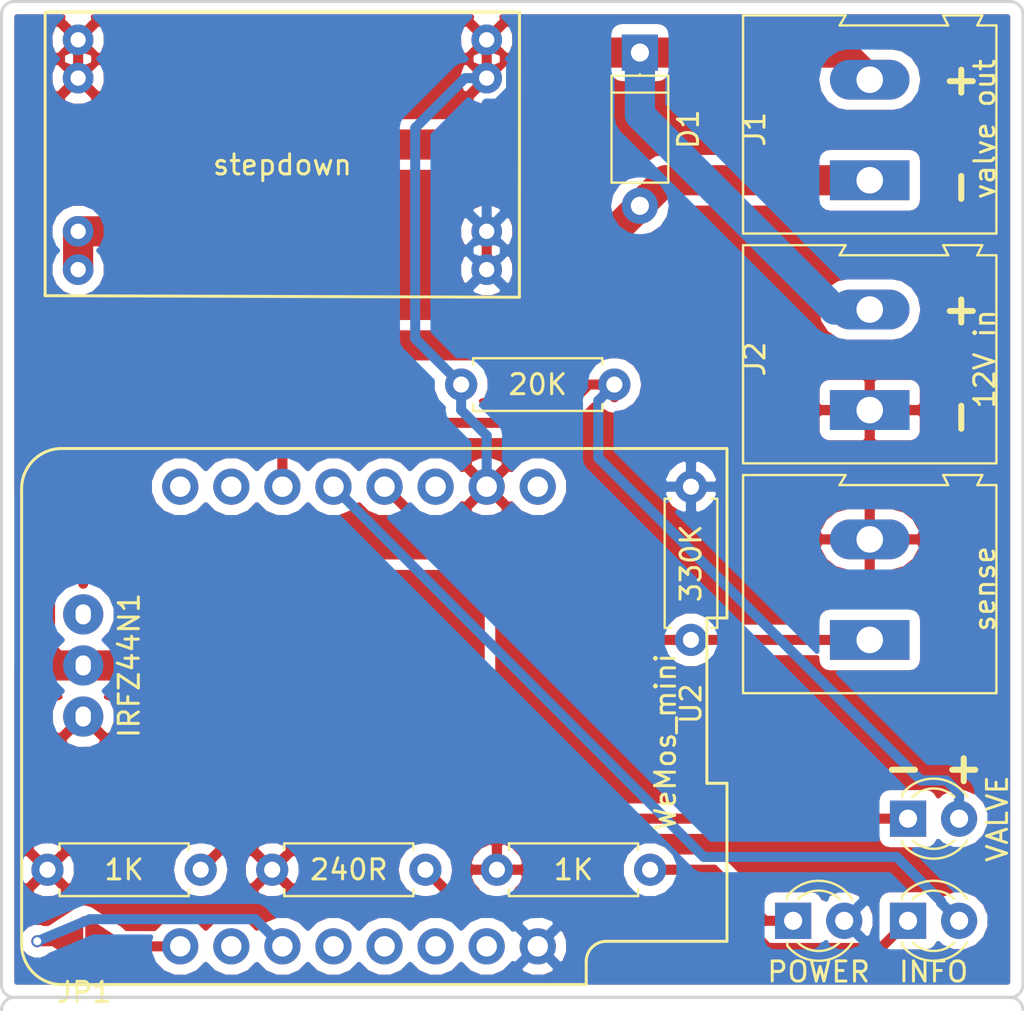
<source format=kicad_pcb>
(kicad_pcb (version 20171130) (host pcbnew 5.0.1)
  (layers (0 F.Cu signal) (31 B.Cu signal) (34 B.Paste user) (35 F.Paste user) (36 B.SilkS user) (37 F.SilkS user) (38 B.Mask user) (39 F.Mask user) (44 Edge.Cuts user))
  (net 0 "")
  (net 1 +12V)
  (net 2 "Net-(D1-Pad2)")
  (net 3 GND)
  (net 4 "Net-(U2-Pad1)")
  (net 5 "Net-(U2-Pad15)")
  (net 6 "Net-(U2-Pad14)")
  (net 7 "Net-(U2-Pad3)")
  (net 8 "Net-(U2-Pad13)")
  (net 9 "Net-(U2-Pad12)")
  (net 10 "Net-(U2-Pad10)")
  (net 11 "Net-(U2-Pad7)")
  (net 12 "Net-(U2-Pad8)")
  (net 13 "Net-(D2-Pad1)")
  (net 14 "Net-(D2-Pad2)")
  (net 15 "Net-(D3-Pad1)")
  (net 16 "Net-(D4-Pad1)")
  (net 17 "Net-(D4-Pad2)")
  (net 18 +3V3)
  (net 19 "Net-(JP1-Pad1)")
  (net 20 "Net-(JP1-Pad2)")
  (net 21 "Net-(J3-Pad1)")
  (module custom:wemos (layer F.Cu) (at 143.51 93.98 180)
    (fp_text reference U2 (at -16.51 0.635 270) (layer F.SilkS))
    (fp_text value WeMos_mini (at -15.24 -1.27 270) (layer F.SilkS))
    (fp_line (start -18.3 13.33) (end 14.78 13.33) (layer F.SilkS) (width 0.15))
    (fp_line (start 16.78 11.33) (end 16.78 -11.33) (layer F.SilkS) (width 0.15))
    (fp_line (start 14.78 -13.33) (end -11.3 -13.33) (layer F.SilkS) (width 0.15))
    (fp_line (start -18.3 -11.18) (end -18.3 -3.32) (layer F.SilkS) (width 0.15))
    (fp_line (start -18.3 -3.32) (end -17.3 -3.32) (layer F.SilkS) (width 0.15))
    (fp_line (start -17.3 -3.32) (end -17.3 4.9) (layer F.SilkS) (width 0.15))
    (fp_line (start -17.3 4.9) (end -18.3 4.9) (layer F.SilkS) (width 0.15))
    (fp_line (start -18.3 4.9) (end -18.3 13.329999) (layer F.SilkS) (width 0.15))
    (fp_arc (start 14.78 -11.33) (end 14.78 -13.33) (angle 90) (layer F.SilkS) (width 0.15))
    (fp_arc (start 14.78 11.33) (end 16.78 11.33) (angle 90) (layer F.SilkS) (width 0.15))
    (fp_line (start -18.3 -11.18) (end -12.3 -11.18) (layer F.SilkS) (width 0.15))
    (fp_arc (start -12.3 -12.18) (end -11.3 -12.18) (angle 90) (layer F.SilkS) (width 0.15))
    (fp_line (start -11.3 -12.17) (end -11.3 -13.33) (layer F.SilkS) (width 0.15))
    (fp_line (start -11.3 -13.33) (end -11.3 -13.33) (layer F.SilkS) (width 0.15))
    (pad 16 thru_hole circle (at -8.89 -11.43 180) (size 1.8 1.8) (drill 1.016) (layers *.Cu *.Mask) (net 18 +3V3))
    (pad 1 thru_hole circle (at -8.89 11.43 180) (size 1.8 1.8) (drill 1.016) (layers *.Cu *.Mask) (net 4 "Net-(U2-Pad1)"))
    (pad 15 thru_hole circle (at -6.35 -11.43 180) (size 1.8 1.8) (drill 1.016) (layers *.Cu *.Mask) (net 5 "Net-(U2-Pad15)"))
    (pad 2 thru_hole circle (at -6.35 11.43 180) (size 1.8 1.8) (drill 1.016) (layers *.Cu *.Mask) (net 3 GND))
    (pad 14 thru_hole circle (at -3.81 -11.43 180) (size 1.8 1.8) (drill 1.016) (layers *.Cu *.Mask) (net 6 "Net-(U2-Pad14)"))
    (pad 3 thru_hole circle (at -3.81 11.43 180) (size 1.8 1.8) (drill 1.016) (layers *.Cu *.Mask) (net 7 "Net-(U2-Pad3)"))
    (pad 13 thru_hole circle (at -1.27 -11.43 180) (size 1.8 1.8) (drill 1.016) (layers *.Cu *.Mask) (net 8 "Net-(U2-Pad13)"))
    (pad 4 thru_hole circle (at -1.27 11.43 180) (size 1.8 1.8) (drill 1.016) (layers *.Cu *.Mask) (net 21 "Net-(J3-Pad1)"))
    (pad 12 thru_hole circle (at 1.27 -11.43 180) (size 1.8 1.8) (drill 1.016) (layers *.Cu *.Mask) (net 9 "Net-(U2-Pad12)"))
    (pad 5 thru_hole circle (at 1.27 11.43 180) (size 1.8 1.8) (drill 1.016) (layers *.Cu *.Mask) (net 17 "Net-(D4-Pad2)"))
    (pad 11 thru_hole circle (at 3.81 -11.43 180) (size 1.8 1.8) (drill 1.016) (layers *.Cu *.Mask) (net 19 "Net-(JP1-Pad1)"))
    (pad 6 thru_hole circle (at 3.81 11.43 180) (size 1.8 1.8) (drill 1.016) (layers *.Cu *.Mask) (net 14 "Net-(D2-Pad2)"))
    (pad 10 thru_hole circle (at 6.35 -11.43 180) (size 1.8 1.8) (drill 1.016) (layers *.Cu *.Mask) (net 10 "Net-(U2-Pad10)"))
    (pad 7 thru_hole circle (at 6.35 11.43 180) (size 1.8 1.8) (drill 1.016) (layers *.Cu *.Mask) (net 11 "Net-(U2-Pad7)"))
    (pad 9 thru_hole circle (at 8.89 -11.43 180) (size 1.8 1.8) (drill 1.016) (layers *.Cu *.Mask) (net 20 "Net-(JP1-Pad2)"))
    (pad 8 thru_hole circle (at 8.89 11.43 180) (size 1.8 1.8) (drill 1.016) (layers *.Cu *.Mask) (net 12 "Net-(U2-Pad8)"))
  )
  (module custom:irlz44n (layer F.Cu) (at 135.128 91.44 180)
    (fp_text reference IRFZ44N1 (at 3.048 0 90) (layer F.SilkS))
    (fp_text value " ")
    (pad 2 thru_hole circle (at 5.334 2.54 180) (size 2 2) (drill oval 0.762 1) (layers *.Cu *.Mask) (net 14 "Net-(D2-Pad2)"))
    (pad 3 thru_hole circle (at 5.334 0 180) (size 2 2) (drill oval 0.762 1) (layers *.Cu *.Mask) (net 2 "Net-(D1-Pad2)"))
    (pad 1 thru_hole circle (at 5.334 -2.54 180) (size 2 2) (drill oval 0.762 1) (layers *.Cu *.Mask) (net 3 GND))
    (pad 3 smd rect (at -8.636 0 180) (size 12 9.5) (layers F.Cu F.Paste F.Mask) (net 2 "Net-(D1-Pad2)"))
  )
  (module custom:jumper (layer F.Cu) (at 129.8448 105.156)
    (fp_text reference JP1 (at 0 2.54) (layer F.SilkS))
    (fp_text value "deepsleep jumper")
    (pad 1 smd trapezoid (at -0.8128 0) (size 1.524 1.524) (rect_delta -1 0) (layers F.Cu F.Paste F.Mask) (net 19 "Net-(JP1-Pad1)"))
    (pad 2 smd trapezoid (at 0.8128 0) (size 1.524 1.524) (rect_delta 1 0) (layers F.Cu F.Paste F.Mask) (net 20 "Net-(JP1-Pad2)"))
  )
  (module custom:stepdown (layer F.Cu) (at 139.7 66.04)
    (fp_text reference stepdown (at 0 0.5) (layer F.SilkS))
    (fp_text value stepdown)
    (fp_line (start -11.79068 -7.10184) (end 11.79068 -7.10184) (layer F.SilkS) (width 0.15))
    (fp_line (start 11.79068 -7.10184) (end 11.7856 7.0866) (layer F.SilkS) (width 0.15))
    (fp_line (start 11.7856 7.0866) (end -11.80084 7.0104) (layer F.SilkS) (width 0.15))
    (fp_line (start -11.80084 7.0104) (end -11.80084 -7.10184) (layer F.SilkS) (width 0.15))
    (fp_line (start -11.80084 -7.10184) (end -11.75512 -7.07644) (layer F.SilkS) (width 0.15))
    (pad 1 thru_hole circle (at -10.16 -5.715) (size 1.524 1.524) (drill 0.762) (layers *.Cu *.Mask) (net 3 GND))
    (pad 1 thru_hole circle (at -10.16 -3.81) (size 1.524 1.524) (drill 0.762) (layers *.Cu *.Mask) (net 3 GND))
    (pad 3 thru_hole circle (at -10.16 5.715) (size 1.524 1.524) (drill 0.762) (layers *.Cu *.Mask) (net 1 +12V))
    (pad 3 thru_hole circle (at -10.16 3.81) (size 1.524 1.524) (drill 0.762) (layers *.Cu *.Mask) (net 1 +12V))
    (pad 2 thru_hole circle (at 10.16 -5.715) (size 1.524 1.524) (drill 0.762) (layers *.Cu *.Mask) (net 3 GND))
    (pad 2 thru_hole circle (at 10.16 -3.81) (size 1.524 1.524) (drill 0.762) (layers *.Cu *.Mask) (net 3 GND))
    (pad 4 thru_hole circle (at 10.16 5.715) (size 1.524 1.524) (drill 0.762) (layers *.Cu *.Mask) (net 18 +3V3))
    (pad 4 thru_hole circle (at 10.16 3.81) (size 1.524 1.524) (drill 0.762) (layers *.Cu *.Mask) (net 18 +3V3))
  )
  (module Resistors_THT:R_Axial_DIN0207_L6.3mm_D2.5mm_P7.62mm_Horizontal (layer F.Cu) (at 157.988 101.6 180)
    (fp_text reference 1K (at 3.81 0 180) (layer F.SilkS))
    (fp_text value R)
    (fp_line (start 0.6 -0.98) (end 0.6 -1.31) (layer F.SilkS) (width 0.12))
    (fp_line (start 0.6 -1.31) (end 7.02 -1.31) (layer F.SilkS) (width 0.12))
    (fp_line (start 7.02 -1.31) (end 7.02 -0.98) (layer F.SilkS) (width 0.12))
    (fp_line (start 0.6 0.98) (end 0.6 1.31) (layer F.SilkS) (width 0.12))
    (fp_line (start 0.6 1.31) (end 7.02 1.31) (layer F.SilkS) (width 0.12))
    (fp_line (start 7.02 1.31) (end 7.02 0.98) (layer F.SilkS) (width 0.12))
    (pad 1 thru_hole circle (at 0 0 180) (size 1.6 1.6) (drill 0.8) (layers *.Cu *.Mask) (net 15 "Net-(D3-Pad1)"))
    (pad 2 thru_hole oval (at 7.62 0 180) (size 1.6 1.6) (drill 0.8) (layers *.Cu *.Mask) (net 3 GND))
  )
  (module Diodes_THT:D_A-405_P7.62mm_Horizontal (layer F.Cu) (at 157.48 60.96 270)
    (fp_text reference D1 (at 3.81 -2.41 270) (layer F.SilkS))
    (fp_text value " ")
    (fp_line (start 1.99 -1.41) (end 1.99 1.41) (layer F.SilkS) (width 0.12))
    (fp_line (start 6.54 0) (end 6.47 0) (layer F.SilkS) (width 0.12))
    (fp_line (start 1.08 0) (end 1.15 0) (layer F.SilkS) (width 0.12))
    (fp_line (start 6.47 -1.41) (end 1.15 -1.41) (layer F.SilkS) (width 0.12))
    (fp_line (start 6.47 1.41) (end 6.47 -1.41) (layer F.SilkS) (width 0.12))
    (fp_line (start 1.15 1.41) (end 6.47 1.41) (layer F.SilkS) (width 0.12))
    (fp_line (start 1.15 -1.41) (end 1.15 1.41) (layer F.SilkS) (width 0.12))
    (pad 2 thru_hole oval (at 7.62 0 270) (size 1.8 1.8) (drill 0.9) (layers *.Cu *.Mask) (net 2 "Net-(D1-Pad2)"))
    (pad 1 thru_hole rect (at 0 0 270) (size 1.8 1.8) (drill 0.9) (layers *.Cu *.Mask) (net 1 +12V))
  )
  (module LEDs:LED_D3.0mm (layer F.Cu) (at 170.815 104.14)
    (fp_text reference INFO (at 1.27 2.54) (layer F.SilkS))
    (fp_text value LED)
    (fp_line (start -0.29 1.08) (end -0.29 1.236) (layer F.SilkS) (width 0.12))
    (fp_line (start -0.29 -1.236) (end -0.29 -1.08) (layer F.SilkS) (width 0.12))
    (fp_arc (start 1.27 0) (end 0.229039 1.08) (angle -87.9) (layer F.SilkS) (width 0.12))
    (fp_arc (start 1.27 0) (end 0.229039 -1.08) (angle 87.9) (layer F.SilkS) (width 0.12))
    (fp_arc (start 1.27 0) (end -0.29 1.235516) (angle -108.8) (layer F.SilkS) (width 0.12))
    (fp_arc (start 1.27 0) (end -0.29 -1.235516) (angle 108.8) (layer F.SilkS) (width 0.12))
    (pad 2 thru_hole circle (at 2.54 0) (size 1.8 1.8) (drill 0.9) (layers *.Cu *.Mask) (net 17 "Net-(D4-Pad2)"))
    (pad 1 thru_hole rect (at 0 0) (size 1.8 1.8) (drill 0.9) (layers *.Cu *.Mask) (net 16 "Net-(D4-Pad1)"))
  )
  (module LEDs:LED_D3.0mm (layer F.Cu) (at 165.1 104.14)
    (fp_text reference POWER (at 1.27 2.54) (layer F.SilkS))
    (fp_text value LED)
    (fp_arc (start 1.27 0) (end -0.29 -1.235516) (angle 108.8) (layer F.SilkS) (width 0.12))
    (fp_arc (start 1.27 0) (end -0.29 1.235516) (angle -108.8) (layer F.SilkS) (width 0.12))
    (fp_arc (start 1.27 0) (end 0.229039 -1.08) (angle 87.9) (layer F.SilkS) (width 0.12))
    (fp_arc (start 1.27 0) (end 0.229039 1.08) (angle -87.9) (layer F.SilkS) (width 0.12))
    (fp_line (start -0.29 -1.236) (end -0.29 -1.08) (layer F.SilkS) (width 0.12))
    (fp_line (start -0.29 1.08) (end -0.29 1.236) (layer F.SilkS) (width 0.12))
    (pad 1 thru_hole rect (at 0 0) (size 1.8 1.8) (drill 0.9) (layers *.Cu *.Mask) (net 15 "Net-(D3-Pad1)"))
    (pad 2 thru_hole circle (at 2.54 0) (size 1.8 1.8) (drill 0.9) (layers *.Cu *.Mask) (net 18 +3V3))
  )
  (module LEDs:LED_D3.0mm (layer F.Cu) (at 170.815 99.06)
    (fp_text reference VALVE (at 4.445 0 90) (layer F.SilkS))
    (fp_text value LED)
    (fp_line (start -0.29 1.08) (end -0.29 1.236) (layer F.SilkS) (width 0.12))
    (fp_line (start -0.29 -1.236) (end -0.29 -1.08) (layer F.SilkS) (width 0.12))
    (fp_arc (start 1.27 0) (end 0.229039 1.08) (angle -87.9) (layer F.SilkS) (width 0.12))
    (fp_arc (start 1.27 0) (end 0.229039 -1.08) (angle 87.9) (layer F.SilkS) (width 0.12))
    (fp_arc (start 1.27 0) (end -0.29 1.235516) (angle -108.8) (layer F.SilkS) (width 0.12))
    (fp_arc (start 1.27 0) (end -0.29 -1.235516) (angle 108.8) (layer F.SilkS) (width 0.12))
    (pad 2 thru_hole circle (at 2.54 0) (size 1.8 1.8) (drill 0.9) (layers *.Cu *.Mask) (net 14 "Net-(D2-Pad2)"))
    (pad 1 thru_hole rect (at 0 0) (size 1.8 1.8) (drill 0.9) (layers *.Cu *.Mask) (net 13 "Net-(D2-Pad1)"))
  )
  (module Resistors_THT:R_Axial_DIN0207_L6.3mm_D2.5mm_P7.62mm_Horizontal (layer F.Cu) (at 148.59 77.47)
    (fp_text reference 20K (at 3.81 0) (layer F.SilkS))
    (fp_text value 20K)
    (fp_line (start 7.02 1.31) (end 7.02 0.98) (layer F.SilkS) (width 0.12))
    (fp_line (start 0.6 1.31) (end 7.02 1.31) (layer F.SilkS) (width 0.12))
    (fp_line (start 0.6 0.98) (end 0.6 1.31) (layer F.SilkS) (width 0.12))
    (fp_line (start 7.02 -1.31) (end 7.02 -0.98) (layer F.SilkS) (width 0.12))
    (fp_line (start 0.6 -1.31) (end 7.02 -1.31) (layer F.SilkS) (width 0.12))
    (fp_line (start 0.6 -0.98) (end 0.6 -1.31) (layer F.SilkS) (width 0.12))
    (pad 2 thru_hole oval (at 7.62 0) (size 1.6 1.6) (drill 0.8) (layers *.Cu *.Mask) (net 14 "Net-(D2-Pad2)"))
    (pad 1 thru_hole circle (at 0 0) (size 1.6 1.6) (drill 0.8) (layers *.Cu *.Mask) (net 3 GND))
  )
  (module Connectors_Terminal_Blocks:TerminalBlock_Altech_AK300-2_P5.00mm (layer F.Cu) (at 168.91 78.74 90)
    (fp_text reference J2 (at 2.54 -5.715 90) (layer F.SilkS))
    (fp_text value "12V in" (at 2.54 5.715 90) (layer F.SilkS))
    (fp_line (start -2.65 -6.3) (end -2.65 6.3) (layer F.SilkS) (width 0.12))
    (fp_line (start -2.65 6.3) (end 7.7 6.3) (layer F.SilkS) (width 0.12))
    (fp_line (start 7.7 6.3) (end 7.7 5.35) (layer F.SilkS) (width 0.12))
    (fp_line (start 7.7 5.35) (end 8.2 5.6) (layer F.SilkS) (width 0.12))
    (fp_line (start 8.2 5.6) (end 8.2 3.7) (layer F.SilkS) (width 0.12))
    (fp_line (start 8.2 3.7) (end 8.2 3.65) (layer F.SilkS) (width 0.12))
    (fp_line (start 8.2 3.65) (end 7.7 3.9) (layer F.SilkS) (width 0.12))
    (fp_line (start 7.7 3.9) (end 7.7 -1.5) (layer F.SilkS) (width 0.12))
    (fp_line (start 7.7 -1.5) (end 8.2 -1.2) (layer F.SilkS) (width 0.12))
    (fp_line (start 8.2 -1.2) (end 8.2 -6.3) (layer F.SilkS) (width 0.12))
    (fp_line (start 8.2 -6.3) (end -2.65 -6.3) (layer F.SilkS) (width 0.12))
    (pad 1 thru_hole rect (at 0 0 90) (size 1.98 3.96) (drill 1.32) (layers *.Cu *.Mask) (net 3 GND))
    (pad 2 thru_hole oval (at 5 0 90) (size 1.98 3.96) (drill 1.32) (layers *.Cu *.Mask) (net 1 +12V))
  )
  (module Connectors_Terminal_Blocks:TerminalBlock_Altech_AK300-2_P5.00mm (layer F.Cu) (at 168.91 67.31 90)
    (fp_text reference J1 (at 2.54 -5.715 90) (layer F.SilkS))
    (fp_text value "valve out" (at 2.54 5.715 90) (layer F.SilkS))
    (fp_line (start -2.65 -6.3) (end -2.65 6.3) (layer F.SilkS) (width 0.12))
    (fp_line (start -2.65 6.3) (end 7.7 6.3) (layer F.SilkS) (width 0.12))
    (fp_line (start 7.7 6.3) (end 7.7 5.35) (layer F.SilkS) (width 0.12))
    (fp_line (start 7.7 5.35) (end 8.2 5.6) (layer F.SilkS) (width 0.12))
    (fp_line (start 8.2 5.6) (end 8.2 3.7) (layer F.SilkS) (width 0.12))
    (fp_line (start 8.2 3.7) (end 8.2 3.65) (layer F.SilkS) (width 0.12))
    (fp_line (start 8.2 3.65) (end 7.7 3.9) (layer F.SilkS) (width 0.12))
    (fp_line (start 7.7 3.9) (end 7.7 -1.5) (layer F.SilkS) (width 0.12))
    (fp_line (start 7.7 -1.5) (end 8.2 -1.2) (layer F.SilkS) (width 0.12))
    (fp_line (start 8.2 -1.2) (end 8.2 -6.3) (layer F.SilkS) (width 0.12))
    (fp_line (start 8.2 -6.3) (end -2.65 -6.3) (layer F.SilkS) (width 0.12))
    (pad 1 thru_hole rect (at 0 0 90) (size 1.98 3.96) (drill 1.32) (layers *.Cu *.Mask) (net 2 "Net-(D1-Pad2)"))
    (pad 2 thru_hole oval (at 5 0 90) (size 1.98 3.96) (drill 1.32) (layers *.Cu *.Mask) (net 1 +12V))
  )
  (module Resistors_THT:R_Axial_DIN0207_L6.3mm_D2.5mm_P7.62mm_Horizontal (layer F.Cu) (at 128.016 101.6)
    (fp_text reference 1K (at 3.81 0) (layer F.SilkS))
    (fp_text value R)
    (fp_line (start 0.6 -0.98) (end 0.6 -1.31) (layer F.SilkS) (width 0.12))
    (fp_line (start 0.6 -1.31) (end 7.02 -1.31) (layer F.SilkS) (width 0.12))
    (fp_line (start 7.02 -1.31) (end 7.02 -0.98) (layer F.SilkS) (width 0.12))
    (fp_line (start 0.6 0.98) (end 0.6 1.31) (layer F.SilkS) (width 0.12))
    (fp_line (start 0.6 1.31) (end 7.02 1.31) (layer F.SilkS) (width 0.12))
    (fp_line (start 7.02 1.31) (end 7.02 0.98) (layer F.SilkS) (width 0.12))
    (pad 1 thru_hole circle (at 0 0) (size 1.6 1.6) (drill 0.8) (layers *.Cu *.Mask) (net 3 GND))
    (pad 2 thru_hole oval (at 7.62 0) (size 1.6 1.6) (drill 0.8) (layers *.Cu *.Mask) (net 13 "Net-(D2-Pad1)"))
  )
  (module Resistors_THT:R_Axial_DIN0207_L6.3mm_D2.5mm_P7.62mm_Horizontal (layer F.Cu) (at 139.192 101.6)
    (fp_text reference 240R (at 3.81 0) (layer F.SilkS))
    (fp_text value R)
    (fp_line (start 0.6 -0.98) (end 0.6 -1.31) (layer F.SilkS) (width 0.12))
    (fp_line (start 0.6 -1.31) (end 7.02 -1.31) (layer F.SilkS) (width 0.12))
    (fp_line (start 7.02 -1.31) (end 7.02 -0.98) (layer F.SilkS) (width 0.12))
    (fp_line (start 0.6 0.98) (end 0.6 1.31) (layer F.SilkS) (width 0.12))
    (fp_line (start 0.6 1.31) (end 7.02 1.31) (layer F.SilkS) (width 0.12))
    (fp_line (start 7.02 1.31) (end 7.02 0.98) (layer F.SilkS) (width 0.12))
    (pad 1 thru_hole circle (at 0 0) (size 1.6 1.6) (drill 0.8) (layers *.Cu *.Mask) (net 3 GND))
    (pad 2 thru_hole oval (at 7.62 0) (size 1.6 1.6) (drill 0.8) (layers *.Cu *.Mask) (net 16 "Net-(D4-Pad1)"))
  )
  (module Connectors_Terminal_Blocks:TerminalBlock_Altech_AK300-2_P5.00mm (layer F.Cu) (at 168.91 90.17 90)
    (fp_text reference sense (at 2.54 5.715 90) (layer F.SilkS))
    (fp_text value sense)
    (fp_line (start 8.2 -6.3) (end -2.65 -6.3) (layer F.SilkS) (width 0.12))
    (fp_line (start 8.2 -1.2) (end 8.2 -6.3) (layer F.SilkS) (width 0.12))
    (fp_line (start 7.7 -1.5) (end 8.2 -1.2) (layer F.SilkS) (width 0.12))
    (fp_line (start 7.7 3.9) (end 7.7 -1.5) (layer F.SilkS) (width 0.12))
    (fp_line (start 8.2 3.65) (end 7.7 3.9) (layer F.SilkS) (width 0.12))
    (fp_line (start 8.2 3.7) (end 8.2 3.65) (layer F.SilkS) (width 0.12))
    (fp_line (start 8.2 5.6) (end 8.2 3.7) (layer F.SilkS) (width 0.12))
    (fp_line (start 7.7 5.35) (end 8.2 5.6) (layer F.SilkS) (width 0.12))
    (fp_line (start 7.7 6.3) (end 7.7 5.35) (layer F.SilkS) (width 0.12))
    (fp_line (start -2.65 6.3) (end 7.7 6.3) (layer F.SilkS) (width 0.12))
    (fp_line (start -2.65 -6.3) (end -2.65 6.3) (layer F.SilkS) (width 0.12))
    (pad 2 thru_hole oval (at 5 0 90) (size 1.98 3.96) (drill 1.32) (layers *.Cu *.Mask) (net 3 GND))
    (pad 1 thru_hole rect (at 0 0 90) (size 1.98 3.96) (drill 1.32) (layers *.Cu *.Mask) (net 21 "Net-(J3-Pad1)"))
  )
  (module Resistors_THT:R_Axial_DIN0207_L6.3mm_D2.5mm_P7.62mm_Horizontal (layer F.Cu) (at 160.02 90.17 90)
    (fp_text reference 330K (at 3.81 0 90) (layer F.SilkS))
    (fp_text value R)
    (fp_line (start 7.02 1.31) (end 7.02 0.98) (layer F.SilkS) (width 0.12))
    (fp_line (start 0.6 1.31) (end 7.02 1.31) (layer F.SilkS) (width 0.12))
    (fp_line (start 0.6 0.98) (end 0.6 1.31) (layer F.SilkS) (width 0.12))
    (fp_line (start 7.02 -1.31) (end 7.02 -0.98) (layer F.SilkS) (width 0.12))
    (fp_line (start 0.6 -1.31) (end 7.02 -1.31) (layer F.SilkS) (width 0.12))
    (fp_line (start 0.6 -0.98) (end 0.6 -1.31) (layer F.SilkS) (width 0.12))
    (pad 2 thru_hole oval (at 7.62 0 90) (size 1.6 1.6) (drill 0.8) (layers *.Cu *.Mask) (net 18 +3V3))
    (pad 1 thru_hole circle (at 0 0 90) (size 1.6 1.6) (drill 0.8) (layers *.Cu *.Mask) (net 21 "Net-(J3-Pad1)"))
  )
  (gr_text "- +" (at 172.085 96.52) (layer F.SilkS) (effects (font (size 1.5 1.5) (thickness 0.3))))
  (gr_text "-   +" (at 173.355 65.024 90) (layer F.SilkS) (effects (font (size 1.5 1.5) (thickness 0.3))))
  (gr_text "-   +" (at 173.355 76.454 90) (layer F.SilkS) (effects (font (size 1.5 1.5) (thickness 0.3))))
  (gr_line (start 175.895 107.95) (end 126.365 107.95) (angle 90) (layer Edge.Cuts) (width 0.15))
  (gr_arc (start 175.895 108.585) (end 175.895 107.95) (angle 90) (layer Edge.Cuts) (width 0.15))
  (gr_arc (start 126.365 108.585) (end 125.73 108.585) (angle 90) (layer Edge.Cuts) (width 0.15))
  (gr_arc (start 175.895 107.315) (end 176.53 107.315) (angle 90) (layer Edge.Cuts) (width 0.15))
  (gr_arc (start 126.365 107.315) (end 126.365 107.95) (angle 90) (layer Edge.Cuts) (width 0.15))
  (gr_line (start 126.365 107.95) (end 175.895 107.95) (angle 90) (layer Edge.Cuts) (width 0.15))
  (gr_line (start 176.53 59.055) (end 176.53 107.315) (angle 90) (layer Edge.Cuts) (width 0.15))
  (gr_arc (start 126.365 59.055) (end 125.73 59.055) (angle 90) (layer Edge.Cuts) (width 0.15))
  (gr_arc (start 175.895 59.055) (end 175.895 58.42) (angle 90) (layer Edge.Cuts) (width 0.15))
  (gr_line (start 175.895 58.42) (end 126.365 58.42) (angle 90) (layer Edge.Cuts) (width 0.15))
  (gr_line (start 176.53 59.055) (end 176.53 107.315) (angle 90) (layer Edge.Cuts) (width 0.15))
  (gr_line (start 125.73 59.055) (end 125.73 107.315) (angle 90) (layer Edge.Cuts) (width 0.15))
  (segment (start 157.48 60.96) (end 157.48 64.06) (width 1.5) (layer B.Cu) (net 1))
  (segment (start 157.48 64.06) (end 167.16 73.74) (width 1.5) (layer B.Cu) (net 1))
  (segment (start 167.16 73.74) (end 168.91 73.74) (width 1.5) (layer B.Cu) (net 1))
  (segment (start 129.54 69.85) (end 137.922 69.85) (width 1.5) (layer F.Cu) (net 1))
  (segment (start 137.922 69.85) (end 142.24 65.532) (width 1.5) (layer F.Cu) (net 1))
  (segment (start 129.54 69.85) (end 129.54 71.755) (width 1.5) (layer F.Cu) (net 1))
  (segment (start 155.08 60.96) (end 157.48 60.96) (width 1.5) (layer F.Cu) (net 1))
  (segment (start 150.508 65.532) (end 155.08 60.96) (width 1.5) (layer F.Cu) (net 1))
  (segment (start 142.24 65.532) (end 150.508 65.532) (width 1.5) (layer F.Cu) (net 1))
  (segment (start 167.56 60.96) (end 168.91 62.31) (width 1.5) (layer F.Cu) (net 1))
  (segment (start 157.48 60.96) (end 167.56 60.96) (width 1.5) (layer F.Cu) (net 1))
  (segment (start 158.75 67.31) (end 157.48 68.58) (width 1.5) (layer F.Cu) (net 2))
  (segment (start 168.91 67.31) (end 158.75 67.31) (width 1.5) (layer F.Cu) (net 2))
  (segment (start 129.794 91.44) (end 143.764 91.44) (width 1.5) (layer F.Cu) (net 2))
  (segment (start 128.379787 91.44) (end 129.794 91.44) (width 1.5) (layer F.Cu) (net 2))
  (segment (start 127.643999 90.704212) (end 128.379787 91.44) (width 1.5) (layer F.Cu) (net 2))
  (segment (start 127.643999 83.736088) (end 127.643999 90.704212) (width 1.5) (layer F.Cu) (net 2))
  (segment (start 150.540001 75.519999) (end 135.860088 75.519999) (width 1.5) (layer F.Cu) (net 2))
  (segment (start 135.860088 75.519999) (end 127.643999 83.736088) (width 1.5) (layer F.Cu) (net 2))
  (segment (start 157.48 68.58) (end 150.540001 75.519999) (width 1.5) (layer F.Cu) (net 2))
  (segment (start 149.86 60.325) (end 149.86 62.23) (width 0.5) (layer F.Cu) (net 3))
  (segment (start 129.54 62.23) (end 129.54 60.325) (width 0.5) (layer F.Cu) (net 3))
  (segment (start 146.304 64.70837) (end 146.304 75.184) (width 0.5) (layer B.Cu) (net 3))
  (segment (start 146.304 75.184) (end 148.59 77.47) (width 0.5) (layer B.Cu) (net 3))
  (segment (start 149.86 62.23) (end 148.78237 62.23) (width 0.5) (layer B.Cu) (net 3))
  (segment (start 148.78237 62.23) (end 146.304 64.70837) (width 0.5) (layer B.Cu) (net 3))
  (segment (start 148.59 77.47) (end 148.59 78.74) (width 0.5) (layer B.Cu) (net 3))
  (segment (start 148.59 78.74) (end 149.86 80.01) (width 0.5) (layer B.Cu) (net 3))
  (segment (start 149.86 80.01) (end 149.86 82.55) (width 0.5) (layer B.Cu) (net 3))
  (segment (start 139.7 80.645) (end 139.7 80.391) (width 0.5) (layer F.Cu) (net 14))
  (segment (start 139.7 80.391) (end 138.684 79.375) (width 0.5) (layer F.Cu) (net 14))
  (segment (start 156.21 77.47) (end 156.21 78.105) (width 0.5) (layer F.Cu) (net 14))
  (segment (start 139.7 80.645) (end 139.7 82.55) (width 0.5) (layer F.Cu) (net 14))
  (segment (start 139.7 82.55) (end 139.7 80.89) (width 0.5) (layer F.Cu) (net 14))
  (segment (start 149.86 69.85) (end 149.86 71.755) (width 0.5) (layer F.Cu) (net 18))
  (segment (start 149.86 63.5) (end 150.383762 63.5) (width 0.5) (layer B.Cu) (net 18))
  (segment (start 150.383762 63.5) (end 151.072001 62.811761) (width 0.5) (layer B.Cu) (net 18))
  (segment (start 151.072001 62.811761) (end 151.072001 61.648239) (width 0.5) (layer B.Cu) (net 18))
  (segment (start 149.86 64.008) (end 149.86 63.5) (width 0.5) (layer B.Cu) (net 18))
  (segment (start 149.86 69.85) (end 149.86 64.008) (width 0.5) (layer B.Cu) (net 18))
  (segment (start 138.349999 104.059999) (end 139.7 105.41) (width 0.5) (layer B.Cu) (net 19))
  (segment (start 130.128001 104.059999) (end 138.349999 104.059999) (width 0.5) (layer B.Cu) (net 19))
  (via (at 127.508 105.156) (size 0.6) (drill 0.4) (layers F.Cu B.Cu) (net 19))
  (segment (start 127.508 105.156) (end 130.128001 104.059999) (width 0.5) (layer B.Cu) (net 19))
  (segment (start 127.508 105.156) (end 129.032 105.156) (width 0.5) (layer F.Cu) (net 19))
  (segment (start 130.9116 105.41) (end 130.6576 105.156) (width 0.5) (layer F.Cu) (net 20))
  (segment (start 134.62 105.41) (end 130.9116 105.41) (width 0.5) (layer F.Cu) (net 20))
  (segment (start 138.176 99.06) (end 135.636 101.6) (width 0.5) (layer F.Cu) (net 13))
  (segment (start 170.815 99.06) (end 138.176 99.06) (width 0.5) (layer F.Cu) (net 13))
  (segment (start 129.794 83.566) (end 133.985 79.375) (width 0.5) (layer F.Cu) (net 14))
  (segment (start 129.794 87.376) (end 129.794 83.566) (width 0.5) (layer F.Cu) (net 14))
  (segment (start 133.985 79.375) (end 138.684 79.375) (width 0.5) (layer F.Cu) (net 14))
  (segment (start 139.7 80.645) (end 140.97 79.375) (width 0.5) (layer F.Cu) (net 14))
  (segment (start 140.97 79.375) (end 153.035 79.375) (width 0.5) (layer F.Cu) (net 14))
  (segment (start 153.035 79.375) (end 154.94 77.47) (width 0.5) (layer F.Cu) (net 14))
  (segment (start 154.94 77.47) (end 156.21 77.47) (width 0.5) (layer F.Cu) (net 14))
  (segment (start 155.410001 78.269999) (end 155.410001 81.115001) (width 0.5) (layer B.Cu) (net 14))
  (segment (start 156.21 77.47) (end 155.410001 78.269999) (width 0.5) (layer B.Cu) (net 14))
  (segment (start 171.45 97.155) (end 155.410001 81.115001) (width 0.5) (layer B.Cu) (net 14))
  (segment (start 173.355 99.06) (end 173.355 97.79) (width 0.5) (layer B.Cu) (net 14))
  (segment (start 173.355 97.79) (end 172.72 97.155) (width 0.5) (layer B.Cu) (net 14))
  (segment (start 172.72 97.155) (end 171.45 97.155) (width 0.5) (layer B.Cu) (net 14))
  (segment (start 159.11937 101.6) (end 157.988 101.6) (width 0.5) (layer F.Cu) (net 15))
  (segment (start 161.16 101.6) (end 159.11937 101.6) (width 0.5) (layer F.Cu) (net 15))
  (segment (start 163.7 104.14) (end 161.16 101.6) (width 0.5) (layer F.Cu) (net 15))
  (segment (start 165.1 104.14) (end 163.7 104.14) (width 0.5) (layer F.Cu) (net 15))
  (segment (start 169.464999 105.490001) (end 170.815 104.14) (width 0.5) (layer F.Cu) (net 16))
  (segment (start 163.839999 105.490001) (end 169.464999 105.490001) (width 0.5) (layer F.Cu) (net 16))
  (segment (start 161.854998 103.505) (end 163.839999 105.490001) (width 0.5) (layer F.Cu) (net 16))
  (segment (start 148.717 103.505) (end 161.854998 103.505) (width 0.5) (layer F.Cu) (net 16))
  (segment (start 146.812 101.6) (end 148.717 103.505) (width 0.5) (layer F.Cu) (net 16))
  (segment (start 172.455001 103.240001) (end 173.355 104.14) (width 0.5) (layer B.Cu) (net 17))
  (segment (start 142.24 82.55) (end 160.100001 100.410001) (width 0.5) (layer B.Cu) (net 17))
  (segment (start 172.455001 103.169999) (end 170.250002 100.965) (width 0.5) (layer B.Cu) (net 17))
  (segment (start 172.455001 103.240001) (end 172.455001 103.169999) (width 0.5) (layer B.Cu) (net 17))
  (segment (start 160.655 100.965) (end 160.100001 100.410001) (width 0.5) (layer B.Cu) (net 17))
  (segment (start 170.250002 100.965) (end 160.655 100.965) (width 0.5) (layer B.Cu) (net 17))
  (segment (start 160.02 90.17) (end 156.21 90.17) (width 0.5) (layer F.Cu) (net 21))
  (segment (start 156.21 90.17) (end 151.13 85.09) (width 0.5) (layer F.Cu) (net 21))
  (segment (start 147.32 85.09) (end 144.78 82.55) (width 0.5) (layer F.Cu) (net 21))
  (segment (start 151.13 85.09) (end 147.32 85.09) (width 0.5) (layer F.Cu) (net 21))
  (segment (start 160.02 90.17) (end 168.91 90.17) (width 0.5) (layer F.Cu) (net 21))
  (zone (net 3) (net_name GND) (layer F.Cu) (connect_pads (clearance 0.508)) (min_thickness 0.254) (fill yes (arc_segments 16) (thermal_gap 0.508) (thermal_bridge_width 0.508))
    (polygon (pts (xy 126.365 59.055) (xy 175.895 59.055) (xy 175.895 107.315) (xy 126.365 107.315)))
  )
  (zone (net 18) (net_name +3V3) (layer B.Cu) (connect_pads (clearance 0.508)) (min_thickness 0.254) (fill yes (arc_segments 16) (thermal_gap 0.508) (thermal_bridge_width 0.508))
    (polygon (pts (xy 126.365 59.055) (xy 175.895 59.055) (xy 175.895 107.315) (xy 126.365 107.315)))
  )
)
</source>
